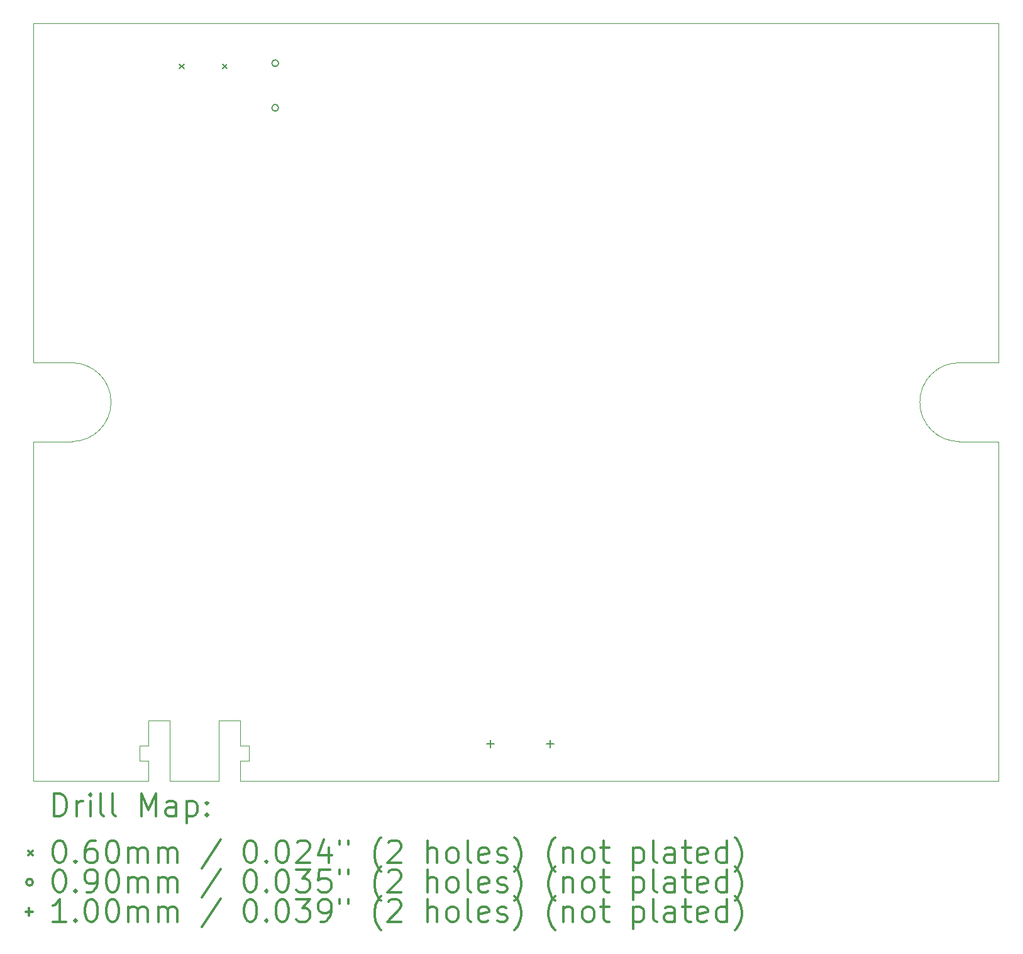
<source format=gbr>
%FSLAX45Y45*%
G04 Gerber Fmt 4.5, Leading zero omitted, Abs format (unit mm)*
G04 Created by KiCad (PCBNEW 5.1.6) date 2020-07-15 16:20:27*
%MOMM*%
%LPD*%
G01*
G04 APERTURE LIST*
%TA.AperFunction,Profile*%
%ADD10C,0.050000*%
%TD*%
%ADD11C,0.200000*%
%ADD12C,0.300000*%
G04 APERTURE END LIST*
D10*
X3850000Y-12200000D02*
X3840000Y-12200000D01*
X4500000Y-12200000D02*
X3850000Y-12200000D01*
X14470000Y-7630000D02*
G75*
G02*
X14470000Y-6570000I0J530000D01*
G01*
X15000000Y-6570000D02*
X15000000Y-2000000D01*
X14470000Y-7630000D02*
X15000000Y-7630000D01*
X14470000Y-6570000D02*
X15000000Y-6570000D01*
X4790000Y-12200000D02*
X15000000Y-12200000D01*
X3550000Y-12200000D02*
X2000000Y-12200000D01*
X3550000Y-11930000D02*
X3550000Y-12200000D01*
X3430000Y-11930000D02*
X3550000Y-11930000D01*
X3430000Y-11720000D02*
X3430000Y-11930000D01*
X3550000Y-11720000D02*
X3430000Y-11720000D01*
X3550000Y-11380000D02*
X3550000Y-11720000D01*
X3560000Y-11380000D02*
X3550000Y-11380000D01*
X3840000Y-11380000D02*
X3560000Y-11380000D01*
X3840000Y-12200000D02*
X3840000Y-11380000D01*
X4500000Y-11460000D02*
X4500000Y-12200000D01*
X4500000Y-11380000D02*
X4500000Y-11460000D01*
X4510000Y-11380000D02*
X4500000Y-11380000D01*
X4790000Y-11380000D02*
X4510000Y-11380000D01*
X4790000Y-11720000D02*
X4790000Y-11380000D01*
X4910000Y-11720000D02*
X4790000Y-11720000D01*
X4910000Y-11930000D02*
X4910000Y-11720000D01*
X4790000Y-11930000D02*
X4910000Y-11930000D01*
X4790000Y-12200000D02*
X4790000Y-11930000D01*
X15000000Y-7630000D02*
X15000000Y-12200000D01*
X2000000Y-7630000D02*
X2000000Y-12200000D01*
X2000000Y-2000000D02*
X2000000Y-6570000D01*
X2520000Y-6569906D02*
G75*
G02*
X2530000Y-7630000I0J-530094D01*
G01*
X2530000Y-7630000D02*
X2000000Y-7630000D01*
X2520000Y-6569906D02*
X2000000Y-6570000D01*
X2100000Y-2000000D02*
X2000000Y-2000000D01*
X15000000Y-2000000D02*
X2100000Y-2000000D01*
D11*
X3971000Y-2555000D02*
X4031000Y-2615000D01*
X4031000Y-2555000D02*
X3971000Y-2615000D01*
X4549000Y-2555000D02*
X4609000Y-2615000D01*
X4609000Y-2555000D02*
X4549000Y-2615000D01*
X5305000Y-2540000D02*
G75*
G03*
X5305000Y-2540000I-45000J0D01*
G01*
X5305000Y-3140000D02*
G75*
G03*
X5305000Y-3140000I-45000J0D01*
G01*
X8160000Y-11650000D02*
X8160000Y-11750000D01*
X8110000Y-11700000D02*
X8210000Y-11700000D01*
X8960000Y-11650000D02*
X8960000Y-11750000D01*
X8910000Y-11700000D02*
X9010000Y-11700000D01*
D12*
X2283928Y-12668214D02*
X2283928Y-12368214D01*
X2355357Y-12368214D01*
X2398214Y-12382500D01*
X2426786Y-12411071D01*
X2441071Y-12439643D01*
X2455357Y-12496786D01*
X2455357Y-12539643D01*
X2441071Y-12596786D01*
X2426786Y-12625357D01*
X2398214Y-12653929D01*
X2355357Y-12668214D01*
X2283928Y-12668214D01*
X2583928Y-12668214D02*
X2583928Y-12468214D01*
X2583928Y-12525357D02*
X2598214Y-12496786D01*
X2612500Y-12482500D01*
X2641071Y-12468214D01*
X2669643Y-12468214D01*
X2769643Y-12668214D02*
X2769643Y-12468214D01*
X2769643Y-12368214D02*
X2755357Y-12382500D01*
X2769643Y-12396786D01*
X2783928Y-12382500D01*
X2769643Y-12368214D01*
X2769643Y-12396786D01*
X2955357Y-12668214D02*
X2926786Y-12653929D01*
X2912500Y-12625357D01*
X2912500Y-12368214D01*
X3112500Y-12668214D02*
X3083928Y-12653929D01*
X3069643Y-12625357D01*
X3069643Y-12368214D01*
X3455357Y-12668214D02*
X3455357Y-12368214D01*
X3555357Y-12582500D01*
X3655357Y-12368214D01*
X3655357Y-12668214D01*
X3926786Y-12668214D02*
X3926786Y-12511071D01*
X3912500Y-12482500D01*
X3883928Y-12468214D01*
X3826786Y-12468214D01*
X3798214Y-12482500D01*
X3926786Y-12653929D02*
X3898214Y-12668214D01*
X3826786Y-12668214D01*
X3798214Y-12653929D01*
X3783928Y-12625357D01*
X3783928Y-12596786D01*
X3798214Y-12568214D01*
X3826786Y-12553929D01*
X3898214Y-12553929D01*
X3926786Y-12539643D01*
X4069643Y-12468214D02*
X4069643Y-12768214D01*
X4069643Y-12482500D02*
X4098214Y-12468214D01*
X4155357Y-12468214D01*
X4183928Y-12482500D01*
X4198214Y-12496786D01*
X4212500Y-12525357D01*
X4212500Y-12611071D01*
X4198214Y-12639643D01*
X4183928Y-12653929D01*
X4155357Y-12668214D01*
X4098214Y-12668214D01*
X4069643Y-12653929D01*
X4341071Y-12639643D02*
X4355357Y-12653929D01*
X4341071Y-12668214D01*
X4326786Y-12653929D01*
X4341071Y-12639643D01*
X4341071Y-12668214D01*
X4341071Y-12482500D02*
X4355357Y-12496786D01*
X4341071Y-12511071D01*
X4326786Y-12496786D01*
X4341071Y-12482500D01*
X4341071Y-12511071D01*
X1937500Y-13132500D02*
X1997500Y-13192500D01*
X1997500Y-13132500D02*
X1937500Y-13192500D01*
X2341071Y-12998214D02*
X2369643Y-12998214D01*
X2398214Y-13012500D01*
X2412500Y-13026786D01*
X2426786Y-13055357D01*
X2441071Y-13112500D01*
X2441071Y-13183929D01*
X2426786Y-13241071D01*
X2412500Y-13269643D01*
X2398214Y-13283929D01*
X2369643Y-13298214D01*
X2341071Y-13298214D01*
X2312500Y-13283929D01*
X2298214Y-13269643D01*
X2283928Y-13241071D01*
X2269643Y-13183929D01*
X2269643Y-13112500D01*
X2283928Y-13055357D01*
X2298214Y-13026786D01*
X2312500Y-13012500D01*
X2341071Y-12998214D01*
X2569643Y-13269643D02*
X2583928Y-13283929D01*
X2569643Y-13298214D01*
X2555357Y-13283929D01*
X2569643Y-13269643D01*
X2569643Y-13298214D01*
X2841071Y-12998214D02*
X2783928Y-12998214D01*
X2755357Y-13012500D01*
X2741071Y-13026786D01*
X2712500Y-13069643D01*
X2698214Y-13126786D01*
X2698214Y-13241071D01*
X2712500Y-13269643D01*
X2726786Y-13283929D01*
X2755357Y-13298214D01*
X2812500Y-13298214D01*
X2841071Y-13283929D01*
X2855357Y-13269643D01*
X2869643Y-13241071D01*
X2869643Y-13169643D01*
X2855357Y-13141071D01*
X2841071Y-13126786D01*
X2812500Y-13112500D01*
X2755357Y-13112500D01*
X2726786Y-13126786D01*
X2712500Y-13141071D01*
X2698214Y-13169643D01*
X3055357Y-12998214D02*
X3083928Y-12998214D01*
X3112500Y-13012500D01*
X3126786Y-13026786D01*
X3141071Y-13055357D01*
X3155357Y-13112500D01*
X3155357Y-13183929D01*
X3141071Y-13241071D01*
X3126786Y-13269643D01*
X3112500Y-13283929D01*
X3083928Y-13298214D01*
X3055357Y-13298214D01*
X3026786Y-13283929D01*
X3012500Y-13269643D01*
X2998214Y-13241071D01*
X2983928Y-13183929D01*
X2983928Y-13112500D01*
X2998214Y-13055357D01*
X3012500Y-13026786D01*
X3026786Y-13012500D01*
X3055357Y-12998214D01*
X3283928Y-13298214D02*
X3283928Y-13098214D01*
X3283928Y-13126786D02*
X3298214Y-13112500D01*
X3326786Y-13098214D01*
X3369643Y-13098214D01*
X3398214Y-13112500D01*
X3412500Y-13141071D01*
X3412500Y-13298214D01*
X3412500Y-13141071D02*
X3426786Y-13112500D01*
X3455357Y-13098214D01*
X3498214Y-13098214D01*
X3526786Y-13112500D01*
X3541071Y-13141071D01*
X3541071Y-13298214D01*
X3683928Y-13298214D02*
X3683928Y-13098214D01*
X3683928Y-13126786D02*
X3698214Y-13112500D01*
X3726786Y-13098214D01*
X3769643Y-13098214D01*
X3798214Y-13112500D01*
X3812500Y-13141071D01*
X3812500Y-13298214D01*
X3812500Y-13141071D02*
X3826786Y-13112500D01*
X3855357Y-13098214D01*
X3898214Y-13098214D01*
X3926786Y-13112500D01*
X3941071Y-13141071D01*
X3941071Y-13298214D01*
X4526786Y-12983929D02*
X4269643Y-13369643D01*
X4912500Y-12998214D02*
X4941071Y-12998214D01*
X4969643Y-13012500D01*
X4983928Y-13026786D01*
X4998214Y-13055357D01*
X5012500Y-13112500D01*
X5012500Y-13183929D01*
X4998214Y-13241071D01*
X4983928Y-13269643D01*
X4969643Y-13283929D01*
X4941071Y-13298214D01*
X4912500Y-13298214D01*
X4883928Y-13283929D01*
X4869643Y-13269643D01*
X4855357Y-13241071D01*
X4841071Y-13183929D01*
X4841071Y-13112500D01*
X4855357Y-13055357D01*
X4869643Y-13026786D01*
X4883928Y-13012500D01*
X4912500Y-12998214D01*
X5141071Y-13269643D02*
X5155357Y-13283929D01*
X5141071Y-13298214D01*
X5126786Y-13283929D01*
X5141071Y-13269643D01*
X5141071Y-13298214D01*
X5341071Y-12998214D02*
X5369643Y-12998214D01*
X5398214Y-13012500D01*
X5412500Y-13026786D01*
X5426786Y-13055357D01*
X5441071Y-13112500D01*
X5441071Y-13183929D01*
X5426786Y-13241071D01*
X5412500Y-13269643D01*
X5398214Y-13283929D01*
X5369643Y-13298214D01*
X5341071Y-13298214D01*
X5312500Y-13283929D01*
X5298214Y-13269643D01*
X5283928Y-13241071D01*
X5269643Y-13183929D01*
X5269643Y-13112500D01*
X5283928Y-13055357D01*
X5298214Y-13026786D01*
X5312500Y-13012500D01*
X5341071Y-12998214D01*
X5555357Y-13026786D02*
X5569643Y-13012500D01*
X5598214Y-12998214D01*
X5669643Y-12998214D01*
X5698214Y-13012500D01*
X5712500Y-13026786D01*
X5726786Y-13055357D01*
X5726786Y-13083929D01*
X5712500Y-13126786D01*
X5541071Y-13298214D01*
X5726786Y-13298214D01*
X5983928Y-13098214D02*
X5983928Y-13298214D01*
X5912500Y-12983929D02*
X5841071Y-13198214D01*
X6026786Y-13198214D01*
X6126786Y-12998214D02*
X6126786Y-13055357D01*
X6241071Y-12998214D02*
X6241071Y-13055357D01*
X6683928Y-13412500D02*
X6669643Y-13398214D01*
X6641071Y-13355357D01*
X6626786Y-13326786D01*
X6612500Y-13283929D01*
X6598214Y-13212500D01*
X6598214Y-13155357D01*
X6612500Y-13083929D01*
X6626786Y-13041071D01*
X6641071Y-13012500D01*
X6669643Y-12969643D01*
X6683928Y-12955357D01*
X6783928Y-13026786D02*
X6798214Y-13012500D01*
X6826786Y-12998214D01*
X6898214Y-12998214D01*
X6926786Y-13012500D01*
X6941071Y-13026786D01*
X6955357Y-13055357D01*
X6955357Y-13083929D01*
X6941071Y-13126786D01*
X6769643Y-13298214D01*
X6955357Y-13298214D01*
X7312500Y-13298214D02*
X7312500Y-12998214D01*
X7441071Y-13298214D02*
X7441071Y-13141071D01*
X7426786Y-13112500D01*
X7398214Y-13098214D01*
X7355357Y-13098214D01*
X7326786Y-13112500D01*
X7312500Y-13126786D01*
X7626786Y-13298214D02*
X7598214Y-13283929D01*
X7583928Y-13269643D01*
X7569643Y-13241071D01*
X7569643Y-13155357D01*
X7583928Y-13126786D01*
X7598214Y-13112500D01*
X7626786Y-13098214D01*
X7669643Y-13098214D01*
X7698214Y-13112500D01*
X7712500Y-13126786D01*
X7726786Y-13155357D01*
X7726786Y-13241071D01*
X7712500Y-13269643D01*
X7698214Y-13283929D01*
X7669643Y-13298214D01*
X7626786Y-13298214D01*
X7898214Y-13298214D02*
X7869643Y-13283929D01*
X7855357Y-13255357D01*
X7855357Y-12998214D01*
X8126786Y-13283929D02*
X8098214Y-13298214D01*
X8041071Y-13298214D01*
X8012500Y-13283929D01*
X7998214Y-13255357D01*
X7998214Y-13141071D01*
X8012500Y-13112500D01*
X8041071Y-13098214D01*
X8098214Y-13098214D01*
X8126786Y-13112500D01*
X8141071Y-13141071D01*
X8141071Y-13169643D01*
X7998214Y-13198214D01*
X8255357Y-13283929D02*
X8283928Y-13298214D01*
X8341071Y-13298214D01*
X8369643Y-13283929D01*
X8383928Y-13255357D01*
X8383928Y-13241071D01*
X8369643Y-13212500D01*
X8341071Y-13198214D01*
X8298214Y-13198214D01*
X8269643Y-13183929D01*
X8255357Y-13155357D01*
X8255357Y-13141071D01*
X8269643Y-13112500D01*
X8298214Y-13098214D01*
X8341071Y-13098214D01*
X8369643Y-13112500D01*
X8483928Y-13412500D02*
X8498214Y-13398214D01*
X8526786Y-13355357D01*
X8541071Y-13326786D01*
X8555357Y-13283929D01*
X8569643Y-13212500D01*
X8569643Y-13155357D01*
X8555357Y-13083929D01*
X8541071Y-13041071D01*
X8526786Y-13012500D01*
X8498214Y-12969643D01*
X8483928Y-12955357D01*
X9026786Y-13412500D02*
X9012500Y-13398214D01*
X8983928Y-13355357D01*
X8969643Y-13326786D01*
X8955357Y-13283929D01*
X8941071Y-13212500D01*
X8941071Y-13155357D01*
X8955357Y-13083929D01*
X8969643Y-13041071D01*
X8983928Y-13012500D01*
X9012500Y-12969643D01*
X9026786Y-12955357D01*
X9141071Y-13098214D02*
X9141071Y-13298214D01*
X9141071Y-13126786D02*
X9155357Y-13112500D01*
X9183928Y-13098214D01*
X9226786Y-13098214D01*
X9255357Y-13112500D01*
X9269643Y-13141071D01*
X9269643Y-13298214D01*
X9455357Y-13298214D02*
X9426786Y-13283929D01*
X9412500Y-13269643D01*
X9398214Y-13241071D01*
X9398214Y-13155357D01*
X9412500Y-13126786D01*
X9426786Y-13112500D01*
X9455357Y-13098214D01*
X9498214Y-13098214D01*
X9526786Y-13112500D01*
X9541071Y-13126786D01*
X9555357Y-13155357D01*
X9555357Y-13241071D01*
X9541071Y-13269643D01*
X9526786Y-13283929D01*
X9498214Y-13298214D01*
X9455357Y-13298214D01*
X9641071Y-13098214D02*
X9755357Y-13098214D01*
X9683928Y-12998214D02*
X9683928Y-13255357D01*
X9698214Y-13283929D01*
X9726786Y-13298214D01*
X9755357Y-13298214D01*
X10083928Y-13098214D02*
X10083928Y-13398214D01*
X10083928Y-13112500D02*
X10112500Y-13098214D01*
X10169643Y-13098214D01*
X10198214Y-13112500D01*
X10212500Y-13126786D01*
X10226786Y-13155357D01*
X10226786Y-13241071D01*
X10212500Y-13269643D01*
X10198214Y-13283929D01*
X10169643Y-13298214D01*
X10112500Y-13298214D01*
X10083928Y-13283929D01*
X10398214Y-13298214D02*
X10369643Y-13283929D01*
X10355357Y-13255357D01*
X10355357Y-12998214D01*
X10641071Y-13298214D02*
X10641071Y-13141071D01*
X10626786Y-13112500D01*
X10598214Y-13098214D01*
X10541071Y-13098214D01*
X10512500Y-13112500D01*
X10641071Y-13283929D02*
X10612500Y-13298214D01*
X10541071Y-13298214D01*
X10512500Y-13283929D01*
X10498214Y-13255357D01*
X10498214Y-13226786D01*
X10512500Y-13198214D01*
X10541071Y-13183929D01*
X10612500Y-13183929D01*
X10641071Y-13169643D01*
X10741071Y-13098214D02*
X10855357Y-13098214D01*
X10783928Y-12998214D02*
X10783928Y-13255357D01*
X10798214Y-13283929D01*
X10826786Y-13298214D01*
X10855357Y-13298214D01*
X11069643Y-13283929D02*
X11041071Y-13298214D01*
X10983928Y-13298214D01*
X10955357Y-13283929D01*
X10941071Y-13255357D01*
X10941071Y-13141071D01*
X10955357Y-13112500D01*
X10983928Y-13098214D01*
X11041071Y-13098214D01*
X11069643Y-13112500D01*
X11083928Y-13141071D01*
X11083928Y-13169643D01*
X10941071Y-13198214D01*
X11341071Y-13298214D02*
X11341071Y-12998214D01*
X11341071Y-13283929D02*
X11312500Y-13298214D01*
X11255357Y-13298214D01*
X11226786Y-13283929D01*
X11212500Y-13269643D01*
X11198214Y-13241071D01*
X11198214Y-13155357D01*
X11212500Y-13126786D01*
X11226786Y-13112500D01*
X11255357Y-13098214D01*
X11312500Y-13098214D01*
X11341071Y-13112500D01*
X11455357Y-13412500D02*
X11469643Y-13398214D01*
X11498214Y-13355357D01*
X11512500Y-13326786D01*
X11526786Y-13283929D01*
X11541071Y-13212500D01*
X11541071Y-13155357D01*
X11526786Y-13083929D01*
X11512500Y-13041071D01*
X11498214Y-13012500D01*
X11469643Y-12969643D01*
X11455357Y-12955357D01*
X1997500Y-13558500D02*
G75*
G03*
X1997500Y-13558500I-45000J0D01*
G01*
X2341071Y-13394214D02*
X2369643Y-13394214D01*
X2398214Y-13408500D01*
X2412500Y-13422786D01*
X2426786Y-13451357D01*
X2441071Y-13508500D01*
X2441071Y-13579929D01*
X2426786Y-13637071D01*
X2412500Y-13665643D01*
X2398214Y-13679929D01*
X2369643Y-13694214D01*
X2341071Y-13694214D01*
X2312500Y-13679929D01*
X2298214Y-13665643D01*
X2283928Y-13637071D01*
X2269643Y-13579929D01*
X2269643Y-13508500D01*
X2283928Y-13451357D01*
X2298214Y-13422786D01*
X2312500Y-13408500D01*
X2341071Y-13394214D01*
X2569643Y-13665643D02*
X2583928Y-13679929D01*
X2569643Y-13694214D01*
X2555357Y-13679929D01*
X2569643Y-13665643D01*
X2569643Y-13694214D01*
X2726786Y-13694214D02*
X2783928Y-13694214D01*
X2812500Y-13679929D01*
X2826786Y-13665643D01*
X2855357Y-13622786D01*
X2869643Y-13565643D01*
X2869643Y-13451357D01*
X2855357Y-13422786D01*
X2841071Y-13408500D01*
X2812500Y-13394214D01*
X2755357Y-13394214D01*
X2726786Y-13408500D01*
X2712500Y-13422786D01*
X2698214Y-13451357D01*
X2698214Y-13522786D01*
X2712500Y-13551357D01*
X2726786Y-13565643D01*
X2755357Y-13579929D01*
X2812500Y-13579929D01*
X2841071Y-13565643D01*
X2855357Y-13551357D01*
X2869643Y-13522786D01*
X3055357Y-13394214D02*
X3083928Y-13394214D01*
X3112500Y-13408500D01*
X3126786Y-13422786D01*
X3141071Y-13451357D01*
X3155357Y-13508500D01*
X3155357Y-13579929D01*
X3141071Y-13637071D01*
X3126786Y-13665643D01*
X3112500Y-13679929D01*
X3083928Y-13694214D01*
X3055357Y-13694214D01*
X3026786Y-13679929D01*
X3012500Y-13665643D01*
X2998214Y-13637071D01*
X2983928Y-13579929D01*
X2983928Y-13508500D01*
X2998214Y-13451357D01*
X3012500Y-13422786D01*
X3026786Y-13408500D01*
X3055357Y-13394214D01*
X3283928Y-13694214D02*
X3283928Y-13494214D01*
X3283928Y-13522786D02*
X3298214Y-13508500D01*
X3326786Y-13494214D01*
X3369643Y-13494214D01*
X3398214Y-13508500D01*
X3412500Y-13537071D01*
X3412500Y-13694214D01*
X3412500Y-13537071D02*
X3426786Y-13508500D01*
X3455357Y-13494214D01*
X3498214Y-13494214D01*
X3526786Y-13508500D01*
X3541071Y-13537071D01*
X3541071Y-13694214D01*
X3683928Y-13694214D02*
X3683928Y-13494214D01*
X3683928Y-13522786D02*
X3698214Y-13508500D01*
X3726786Y-13494214D01*
X3769643Y-13494214D01*
X3798214Y-13508500D01*
X3812500Y-13537071D01*
X3812500Y-13694214D01*
X3812500Y-13537071D02*
X3826786Y-13508500D01*
X3855357Y-13494214D01*
X3898214Y-13494214D01*
X3926786Y-13508500D01*
X3941071Y-13537071D01*
X3941071Y-13694214D01*
X4526786Y-13379929D02*
X4269643Y-13765643D01*
X4912500Y-13394214D02*
X4941071Y-13394214D01*
X4969643Y-13408500D01*
X4983928Y-13422786D01*
X4998214Y-13451357D01*
X5012500Y-13508500D01*
X5012500Y-13579929D01*
X4998214Y-13637071D01*
X4983928Y-13665643D01*
X4969643Y-13679929D01*
X4941071Y-13694214D01*
X4912500Y-13694214D01*
X4883928Y-13679929D01*
X4869643Y-13665643D01*
X4855357Y-13637071D01*
X4841071Y-13579929D01*
X4841071Y-13508500D01*
X4855357Y-13451357D01*
X4869643Y-13422786D01*
X4883928Y-13408500D01*
X4912500Y-13394214D01*
X5141071Y-13665643D02*
X5155357Y-13679929D01*
X5141071Y-13694214D01*
X5126786Y-13679929D01*
X5141071Y-13665643D01*
X5141071Y-13694214D01*
X5341071Y-13394214D02*
X5369643Y-13394214D01*
X5398214Y-13408500D01*
X5412500Y-13422786D01*
X5426786Y-13451357D01*
X5441071Y-13508500D01*
X5441071Y-13579929D01*
X5426786Y-13637071D01*
X5412500Y-13665643D01*
X5398214Y-13679929D01*
X5369643Y-13694214D01*
X5341071Y-13694214D01*
X5312500Y-13679929D01*
X5298214Y-13665643D01*
X5283928Y-13637071D01*
X5269643Y-13579929D01*
X5269643Y-13508500D01*
X5283928Y-13451357D01*
X5298214Y-13422786D01*
X5312500Y-13408500D01*
X5341071Y-13394214D01*
X5541071Y-13394214D02*
X5726786Y-13394214D01*
X5626786Y-13508500D01*
X5669643Y-13508500D01*
X5698214Y-13522786D01*
X5712500Y-13537071D01*
X5726786Y-13565643D01*
X5726786Y-13637071D01*
X5712500Y-13665643D01*
X5698214Y-13679929D01*
X5669643Y-13694214D01*
X5583928Y-13694214D01*
X5555357Y-13679929D01*
X5541071Y-13665643D01*
X5998214Y-13394214D02*
X5855357Y-13394214D01*
X5841071Y-13537071D01*
X5855357Y-13522786D01*
X5883928Y-13508500D01*
X5955357Y-13508500D01*
X5983928Y-13522786D01*
X5998214Y-13537071D01*
X6012500Y-13565643D01*
X6012500Y-13637071D01*
X5998214Y-13665643D01*
X5983928Y-13679929D01*
X5955357Y-13694214D01*
X5883928Y-13694214D01*
X5855357Y-13679929D01*
X5841071Y-13665643D01*
X6126786Y-13394214D02*
X6126786Y-13451357D01*
X6241071Y-13394214D02*
X6241071Y-13451357D01*
X6683928Y-13808500D02*
X6669643Y-13794214D01*
X6641071Y-13751357D01*
X6626786Y-13722786D01*
X6612500Y-13679929D01*
X6598214Y-13608500D01*
X6598214Y-13551357D01*
X6612500Y-13479929D01*
X6626786Y-13437071D01*
X6641071Y-13408500D01*
X6669643Y-13365643D01*
X6683928Y-13351357D01*
X6783928Y-13422786D02*
X6798214Y-13408500D01*
X6826786Y-13394214D01*
X6898214Y-13394214D01*
X6926786Y-13408500D01*
X6941071Y-13422786D01*
X6955357Y-13451357D01*
X6955357Y-13479929D01*
X6941071Y-13522786D01*
X6769643Y-13694214D01*
X6955357Y-13694214D01*
X7312500Y-13694214D02*
X7312500Y-13394214D01*
X7441071Y-13694214D02*
X7441071Y-13537071D01*
X7426786Y-13508500D01*
X7398214Y-13494214D01*
X7355357Y-13494214D01*
X7326786Y-13508500D01*
X7312500Y-13522786D01*
X7626786Y-13694214D02*
X7598214Y-13679929D01*
X7583928Y-13665643D01*
X7569643Y-13637071D01*
X7569643Y-13551357D01*
X7583928Y-13522786D01*
X7598214Y-13508500D01*
X7626786Y-13494214D01*
X7669643Y-13494214D01*
X7698214Y-13508500D01*
X7712500Y-13522786D01*
X7726786Y-13551357D01*
X7726786Y-13637071D01*
X7712500Y-13665643D01*
X7698214Y-13679929D01*
X7669643Y-13694214D01*
X7626786Y-13694214D01*
X7898214Y-13694214D02*
X7869643Y-13679929D01*
X7855357Y-13651357D01*
X7855357Y-13394214D01*
X8126786Y-13679929D02*
X8098214Y-13694214D01*
X8041071Y-13694214D01*
X8012500Y-13679929D01*
X7998214Y-13651357D01*
X7998214Y-13537071D01*
X8012500Y-13508500D01*
X8041071Y-13494214D01*
X8098214Y-13494214D01*
X8126786Y-13508500D01*
X8141071Y-13537071D01*
X8141071Y-13565643D01*
X7998214Y-13594214D01*
X8255357Y-13679929D02*
X8283928Y-13694214D01*
X8341071Y-13694214D01*
X8369643Y-13679929D01*
X8383928Y-13651357D01*
X8383928Y-13637071D01*
X8369643Y-13608500D01*
X8341071Y-13594214D01*
X8298214Y-13594214D01*
X8269643Y-13579929D01*
X8255357Y-13551357D01*
X8255357Y-13537071D01*
X8269643Y-13508500D01*
X8298214Y-13494214D01*
X8341071Y-13494214D01*
X8369643Y-13508500D01*
X8483928Y-13808500D02*
X8498214Y-13794214D01*
X8526786Y-13751357D01*
X8541071Y-13722786D01*
X8555357Y-13679929D01*
X8569643Y-13608500D01*
X8569643Y-13551357D01*
X8555357Y-13479929D01*
X8541071Y-13437071D01*
X8526786Y-13408500D01*
X8498214Y-13365643D01*
X8483928Y-13351357D01*
X9026786Y-13808500D02*
X9012500Y-13794214D01*
X8983928Y-13751357D01*
X8969643Y-13722786D01*
X8955357Y-13679929D01*
X8941071Y-13608500D01*
X8941071Y-13551357D01*
X8955357Y-13479929D01*
X8969643Y-13437071D01*
X8983928Y-13408500D01*
X9012500Y-13365643D01*
X9026786Y-13351357D01*
X9141071Y-13494214D02*
X9141071Y-13694214D01*
X9141071Y-13522786D02*
X9155357Y-13508500D01*
X9183928Y-13494214D01*
X9226786Y-13494214D01*
X9255357Y-13508500D01*
X9269643Y-13537071D01*
X9269643Y-13694214D01*
X9455357Y-13694214D02*
X9426786Y-13679929D01*
X9412500Y-13665643D01*
X9398214Y-13637071D01*
X9398214Y-13551357D01*
X9412500Y-13522786D01*
X9426786Y-13508500D01*
X9455357Y-13494214D01*
X9498214Y-13494214D01*
X9526786Y-13508500D01*
X9541071Y-13522786D01*
X9555357Y-13551357D01*
X9555357Y-13637071D01*
X9541071Y-13665643D01*
X9526786Y-13679929D01*
X9498214Y-13694214D01*
X9455357Y-13694214D01*
X9641071Y-13494214D02*
X9755357Y-13494214D01*
X9683928Y-13394214D02*
X9683928Y-13651357D01*
X9698214Y-13679929D01*
X9726786Y-13694214D01*
X9755357Y-13694214D01*
X10083928Y-13494214D02*
X10083928Y-13794214D01*
X10083928Y-13508500D02*
X10112500Y-13494214D01*
X10169643Y-13494214D01*
X10198214Y-13508500D01*
X10212500Y-13522786D01*
X10226786Y-13551357D01*
X10226786Y-13637071D01*
X10212500Y-13665643D01*
X10198214Y-13679929D01*
X10169643Y-13694214D01*
X10112500Y-13694214D01*
X10083928Y-13679929D01*
X10398214Y-13694214D02*
X10369643Y-13679929D01*
X10355357Y-13651357D01*
X10355357Y-13394214D01*
X10641071Y-13694214D02*
X10641071Y-13537071D01*
X10626786Y-13508500D01*
X10598214Y-13494214D01*
X10541071Y-13494214D01*
X10512500Y-13508500D01*
X10641071Y-13679929D02*
X10612500Y-13694214D01*
X10541071Y-13694214D01*
X10512500Y-13679929D01*
X10498214Y-13651357D01*
X10498214Y-13622786D01*
X10512500Y-13594214D01*
X10541071Y-13579929D01*
X10612500Y-13579929D01*
X10641071Y-13565643D01*
X10741071Y-13494214D02*
X10855357Y-13494214D01*
X10783928Y-13394214D02*
X10783928Y-13651357D01*
X10798214Y-13679929D01*
X10826786Y-13694214D01*
X10855357Y-13694214D01*
X11069643Y-13679929D02*
X11041071Y-13694214D01*
X10983928Y-13694214D01*
X10955357Y-13679929D01*
X10941071Y-13651357D01*
X10941071Y-13537071D01*
X10955357Y-13508500D01*
X10983928Y-13494214D01*
X11041071Y-13494214D01*
X11069643Y-13508500D01*
X11083928Y-13537071D01*
X11083928Y-13565643D01*
X10941071Y-13594214D01*
X11341071Y-13694214D02*
X11341071Y-13394214D01*
X11341071Y-13679929D02*
X11312500Y-13694214D01*
X11255357Y-13694214D01*
X11226786Y-13679929D01*
X11212500Y-13665643D01*
X11198214Y-13637071D01*
X11198214Y-13551357D01*
X11212500Y-13522786D01*
X11226786Y-13508500D01*
X11255357Y-13494214D01*
X11312500Y-13494214D01*
X11341071Y-13508500D01*
X11455357Y-13808500D02*
X11469643Y-13794214D01*
X11498214Y-13751357D01*
X11512500Y-13722786D01*
X11526786Y-13679929D01*
X11541071Y-13608500D01*
X11541071Y-13551357D01*
X11526786Y-13479929D01*
X11512500Y-13437071D01*
X11498214Y-13408500D01*
X11469643Y-13365643D01*
X11455357Y-13351357D01*
X1947500Y-13904500D02*
X1947500Y-14004500D01*
X1897500Y-13954500D02*
X1997500Y-13954500D01*
X2441071Y-14090214D02*
X2269643Y-14090214D01*
X2355357Y-14090214D02*
X2355357Y-13790214D01*
X2326786Y-13833071D01*
X2298214Y-13861643D01*
X2269643Y-13875929D01*
X2569643Y-14061643D02*
X2583928Y-14075929D01*
X2569643Y-14090214D01*
X2555357Y-14075929D01*
X2569643Y-14061643D01*
X2569643Y-14090214D01*
X2769643Y-13790214D02*
X2798214Y-13790214D01*
X2826786Y-13804500D01*
X2841071Y-13818786D01*
X2855357Y-13847357D01*
X2869643Y-13904500D01*
X2869643Y-13975929D01*
X2855357Y-14033071D01*
X2841071Y-14061643D01*
X2826786Y-14075929D01*
X2798214Y-14090214D01*
X2769643Y-14090214D01*
X2741071Y-14075929D01*
X2726786Y-14061643D01*
X2712500Y-14033071D01*
X2698214Y-13975929D01*
X2698214Y-13904500D01*
X2712500Y-13847357D01*
X2726786Y-13818786D01*
X2741071Y-13804500D01*
X2769643Y-13790214D01*
X3055357Y-13790214D02*
X3083928Y-13790214D01*
X3112500Y-13804500D01*
X3126786Y-13818786D01*
X3141071Y-13847357D01*
X3155357Y-13904500D01*
X3155357Y-13975929D01*
X3141071Y-14033071D01*
X3126786Y-14061643D01*
X3112500Y-14075929D01*
X3083928Y-14090214D01*
X3055357Y-14090214D01*
X3026786Y-14075929D01*
X3012500Y-14061643D01*
X2998214Y-14033071D01*
X2983928Y-13975929D01*
X2983928Y-13904500D01*
X2998214Y-13847357D01*
X3012500Y-13818786D01*
X3026786Y-13804500D01*
X3055357Y-13790214D01*
X3283928Y-14090214D02*
X3283928Y-13890214D01*
X3283928Y-13918786D02*
X3298214Y-13904500D01*
X3326786Y-13890214D01*
X3369643Y-13890214D01*
X3398214Y-13904500D01*
X3412500Y-13933071D01*
X3412500Y-14090214D01*
X3412500Y-13933071D02*
X3426786Y-13904500D01*
X3455357Y-13890214D01*
X3498214Y-13890214D01*
X3526786Y-13904500D01*
X3541071Y-13933071D01*
X3541071Y-14090214D01*
X3683928Y-14090214D02*
X3683928Y-13890214D01*
X3683928Y-13918786D02*
X3698214Y-13904500D01*
X3726786Y-13890214D01*
X3769643Y-13890214D01*
X3798214Y-13904500D01*
X3812500Y-13933071D01*
X3812500Y-14090214D01*
X3812500Y-13933071D02*
X3826786Y-13904500D01*
X3855357Y-13890214D01*
X3898214Y-13890214D01*
X3926786Y-13904500D01*
X3941071Y-13933071D01*
X3941071Y-14090214D01*
X4526786Y-13775929D02*
X4269643Y-14161643D01*
X4912500Y-13790214D02*
X4941071Y-13790214D01*
X4969643Y-13804500D01*
X4983928Y-13818786D01*
X4998214Y-13847357D01*
X5012500Y-13904500D01*
X5012500Y-13975929D01*
X4998214Y-14033071D01*
X4983928Y-14061643D01*
X4969643Y-14075929D01*
X4941071Y-14090214D01*
X4912500Y-14090214D01*
X4883928Y-14075929D01*
X4869643Y-14061643D01*
X4855357Y-14033071D01*
X4841071Y-13975929D01*
X4841071Y-13904500D01*
X4855357Y-13847357D01*
X4869643Y-13818786D01*
X4883928Y-13804500D01*
X4912500Y-13790214D01*
X5141071Y-14061643D02*
X5155357Y-14075929D01*
X5141071Y-14090214D01*
X5126786Y-14075929D01*
X5141071Y-14061643D01*
X5141071Y-14090214D01*
X5341071Y-13790214D02*
X5369643Y-13790214D01*
X5398214Y-13804500D01*
X5412500Y-13818786D01*
X5426786Y-13847357D01*
X5441071Y-13904500D01*
X5441071Y-13975929D01*
X5426786Y-14033071D01*
X5412500Y-14061643D01*
X5398214Y-14075929D01*
X5369643Y-14090214D01*
X5341071Y-14090214D01*
X5312500Y-14075929D01*
X5298214Y-14061643D01*
X5283928Y-14033071D01*
X5269643Y-13975929D01*
X5269643Y-13904500D01*
X5283928Y-13847357D01*
X5298214Y-13818786D01*
X5312500Y-13804500D01*
X5341071Y-13790214D01*
X5541071Y-13790214D02*
X5726786Y-13790214D01*
X5626786Y-13904500D01*
X5669643Y-13904500D01*
X5698214Y-13918786D01*
X5712500Y-13933071D01*
X5726786Y-13961643D01*
X5726786Y-14033071D01*
X5712500Y-14061643D01*
X5698214Y-14075929D01*
X5669643Y-14090214D01*
X5583928Y-14090214D01*
X5555357Y-14075929D01*
X5541071Y-14061643D01*
X5869643Y-14090214D02*
X5926786Y-14090214D01*
X5955357Y-14075929D01*
X5969643Y-14061643D01*
X5998214Y-14018786D01*
X6012500Y-13961643D01*
X6012500Y-13847357D01*
X5998214Y-13818786D01*
X5983928Y-13804500D01*
X5955357Y-13790214D01*
X5898214Y-13790214D01*
X5869643Y-13804500D01*
X5855357Y-13818786D01*
X5841071Y-13847357D01*
X5841071Y-13918786D01*
X5855357Y-13947357D01*
X5869643Y-13961643D01*
X5898214Y-13975929D01*
X5955357Y-13975929D01*
X5983928Y-13961643D01*
X5998214Y-13947357D01*
X6012500Y-13918786D01*
X6126786Y-13790214D02*
X6126786Y-13847357D01*
X6241071Y-13790214D02*
X6241071Y-13847357D01*
X6683928Y-14204500D02*
X6669643Y-14190214D01*
X6641071Y-14147357D01*
X6626786Y-14118786D01*
X6612500Y-14075929D01*
X6598214Y-14004500D01*
X6598214Y-13947357D01*
X6612500Y-13875929D01*
X6626786Y-13833071D01*
X6641071Y-13804500D01*
X6669643Y-13761643D01*
X6683928Y-13747357D01*
X6783928Y-13818786D02*
X6798214Y-13804500D01*
X6826786Y-13790214D01*
X6898214Y-13790214D01*
X6926786Y-13804500D01*
X6941071Y-13818786D01*
X6955357Y-13847357D01*
X6955357Y-13875929D01*
X6941071Y-13918786D01*
X6769643Y-14090214D01*
X6955357Y-14090214D01*
X7312500Y-14090214D02*
X7312500Y-13790214D01*
X7441071Y-14090214D02*
X7441071Y-13933071D01*
X7426786Y-13904500D01*
X7398214Y-13890214D01*
X7355357Y-13890214D01*
X7326786Y-13904500D01*
X7312500Y-13918786D01*
X7626786Y-14090214D02*
X7598214Y-14075929D01*
X7583928Y-14061643D01*
X7569643Y-14033071D01*
X7569643Y-13947357D01*
X7583928Y-13918786D01*
X7598214Y-13904500D01*
X7626786Y-13890214D01*
X7669643Y-13890214D01*
X7698214Y-13904500D01*
X7712500Y-13918786D01*
X7726786Y-13947357D01*
X7726786Y-14033071D01*
X7712500Y-14061643D01*
X7698214Y-14075929D01*
X7669643Y-14090214D01*
X7626786Y-14090214D01*
X7898214Y-14090214D02*
X7869643Y-14075929D01*
X7855357Y-14047357D01*
X7855357Y-13790214D01*
X8126786Y-14075929D02*
X8098214Y-14090214D01*
X8041071Y-14090214D01*
X8012500Y-14075929D01*
X7998214Y-14047357D01*
X7998214Y-13933071D01*
X8012500Y-13904500D01*
X8041071Y-13890214D01*
X8098214Y-13890214D01*
X8126786Y-13904500D01*
X8141071Y-13933071D01*
X8141071Y-13961643D01*
X7998214Y-13990214D01*
X8255357Y-14075929D02*
X8283928Y-14090214D01*
X8341071Y-14090214D01*
X8369643Y-14075929D01*
X8383928Y-14047357D01*
X8383928Y-14033071D01*
X8369643Y-14004500D01*
X8341071Y-13990214D01*
X8298214Y-13990214D01*
X8269643Y-13975929D01*
X8255357Y-13947357D01*
X8255357Y-13933071D01*
X8269643Y-13904500D01*
X8298214Y-13890214D01*
X8341071Y-13890214D01*
X8369643Y-13904500D01*
X8483928Y-14204500D02*
X8498214Y-14190214D01*
X8526786Y-14147357D01*
X8541071Y-14118786D01*
X8555357Y-14075929D01*
X8569643Y-14004500D01*
X8569643Y-13947357D01*
X8555357Y-13875929D01*
X8541071Y-13833071D01*
X8526786Y-13804500D01*
X8498214Y-13761643D01*
X8483928Y-13747357D01*
X9026786Y-14204500D02*
X9012500Y-14190214D01*
X8983928Y-14147357D01*
X8969643Y-14118786D01*
X8955357Y-14075929D01*
X8941071Y-14004500D01*
X8941071Y-13947357D01*
X8955357Y-13875929D01*
X8969643Y-13833071D01*
X8983928Y-13804500D01*
X9012500Y-13761643D01*
X9026786Y-13747357D01*
X9141071Y-13890214D02*
X9141071Y-14090214D01*
X9141071Y-13918786D02*
X9155357Y-13904500D01*
X9183928Y-13890214D01*
X9226786Y-13890214D01*
X9255357Y-13904500D01*
X9269643Y-13933071D01*
X9269643Y-14090214D01*
X9455357Y-14090214D02*
X9426786Y-14075929D01*
X9412500Y-14061643D01*
X9398214Y-14033071D01*
X9398214Y-13947357D01*
X9412500Y-13918786D01*
X9426786Y-13904500D01*
X9455357Y-13890214D01*
X9498214Y-13890214D01*
X9526786Y-13904500D01*
X9541071Y-13918786D01*
X9555357Y-13947357D01*
X9555357Y-14033071D01*
X9541071Y-14061643D01*
X9526786Y-14075929D01*
X9498214Y-14090214D01*
X9455357Y-14090214D01*
X9641071Y-13890214D02*
X9755357Y-13890214D01*
X9683928Y-13790214D02*
X9683928Y-14047357D01*
X9698214Y-14075929D01*
X9726786Y-14090214D01*
X9755357Y-14090214D01*
X10083928Y-13890214D02*
X10083928Y-14190214D01*
X10083928Y-13904500D02*
X10112500Y-13890214D01*
X10169643Y-13890214D01*
X10198214Y-13904500D01*
X10212500Y-13918786D01*
X10226786Y-13947357D01*
X10226786Y-14033071D01*
X10212500Y-14061643D01*
X10198214Y-14075929D01*
X10169643Y-14090214D01*
X10112500Y-14090214D01*
X10083928Y-14075929D01*
X10398214Y-14090214D02*
X10369643Y-14075929D01*
X10355357Y-14047357D01*
X10355357Y-13790214D01*
X10641071Y-14090214D02*
X10641071Y-13933071D01*
X10626786Y-13904500D01*
X10598214Y-13890214D01*
X10541071Y-13890214D01*
X10512500Y-13904500D01*
X10641071Y-14075929D02*
X10612500Y-14090214D01*
X10541071Y-14090214D01*
X10512500Y-14075929D01*
X10498214Y-14047357D01*
X10498214Y-14018786D01*
X10512500Y-13990214D01*
X10541071Y-13975929D01*
X10612500Y-13975929D01*
X10641071Y-13961643D01*
X10741071Y-13890214D02*
X10855357Y-13890214D01*
X10783928Y-13790214D02*
X10783928Y-14047357D01*
X10798214Y-14075929D01*
X10826786Y-14090214D01*
X10855357Y-14090214D01*
X11069643Y-14075929D02*
X11041071Y-14090214D01*
X10983928Y-14090214D01*
X10955357Y-14075929D01*
X10941071Y-14047357D01*
X10941071Y-13933071D01*
X10955357Y-13904500D01*
X10983928Y-13890214D01*
X11041071Y-13890214D01*
X11069643Y-13904500D01*
X11083928Y-13933071D01*
X11083928Y-13961643D01*
X10941071Y-13990214D01*
X11341071Y-14090214D02*
X11341071Y-13790214D01*
X11341071Y-14075929D02*
X11312500Y-14090214D01*
X11255357Y-14090214D01*
X11226786Y-14075929D01*
X11212500Y-14061643D01*
X11198214Y-14033071D01*
X11198214Y-13947357D01*
X11212500Y-13918786D01*
X11226786Y-13904500D01*
X11255357Y-13890214D01*
X11312500Y-13890214D01*
X11341071Y-13904500D01*
X11455357Y-14204500D02*
X11469643Y-14190214D01*
X11498214Y-14147357D01*
X11512500Y-14118786D01*
X11526786Y-14075929D01*
X11541071Y-14004500D01*
X11541071Y-13947357D01*
X11526786Y-13875929D01*
X11512500Y-13833071D01*
X11498214Y-13804500D01*
X11469643Y-13761643D01*
X11455357Y-13747357D01*
M02*

</source>
